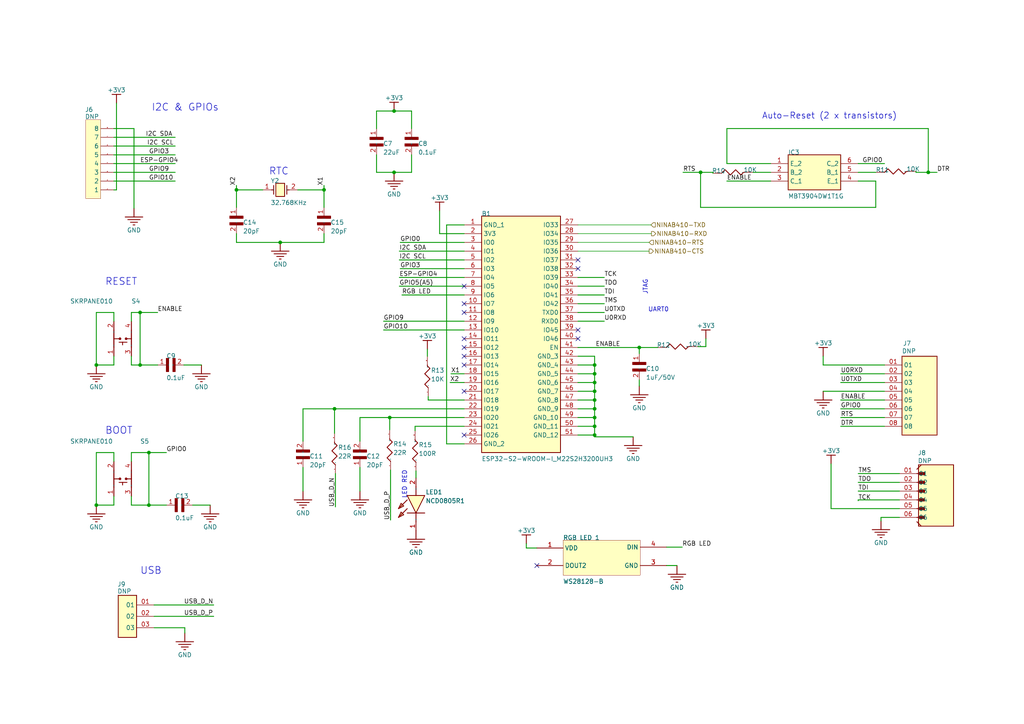
<source format=kicad_sch>
(kicad_sch (version 20230819) (generator eeschema)
  (paper "A4")
  (lib_symbols
    (symbol "ESP32 S2-altium-import:+3V3" (power)
      (property "Reference" "#PWR" (at 0 0 0))
      (property "Value" "+3V3" (at 0 3.81 0))
      (symbol "+3V3_0_0"
        (pin power_in line (at 0 0 0) (length 0) hide (name "+3V3") (number ""))
      )
    )
    (symbol "ESP32 S2-altium-import:GND" (power)
      (property "Reference" "#PWR" (at 0 0 0))
      (property "Value" "GND" (at 0 6.35 0))
      (symbol "GND_0_0"
        (pin power_in line (at 0 0 0) (length 0) hide (name "GND") (number ""))
      )
    )
    (symbol "ESP32 S2-altium-import:root_0_1K"
      (symbol "root_0_1K_1_0"
        (pin passive line (at 1.778 4.826 0) (length 2.54) (name "1") (number "1"))
        (pin passive line (at 13.462 5.08 180) (length 2.54) (name "2") (number "2"))
      )
    )
    (symbol "ESP32 S2-altium-import:root_0_61300611121"
      (symbol "root_0_61300611121_1_0"
        (pin passive line (at -10.16 7.62 0) (length 5.08) (name "01") (number "01"))
        (pin passive line (at -10.16 5.08 0) (length 5.08) (name "02") (number "02"))
        (pin passive line (at -10.16 2.54 0) (length 5.08) (name "03") (number "03"))
        (pin passive line (at -10.16 0 0) (length 5.08) (name "04") (number "04"))
        (pin passive line (at -10.16 -2.54 0) (length 5.08) (name "05") (number "05"))
        (pin passive line (at -10.16 -5.08 0) (length 5.08) (name "06") (number "06"))
      )
    )
    (symbol "ESP32 S2-altium-import:root_0_90120-0768"
      (symbol "root_0_90120-0768_1_0"
        (pin passive line (at 62.484 30.48 180) (length 3.81) (name "1") (number "1"))
        (pin passive line (at 62.484 33.02 180) (length 3.81) (name "2") (number "2"))
        (pin passive line (at 62.484 35.56 180) (length 3.81) (name "3") (number "3"))
        (pin passive line (at 62.484 38.1 180) (length 3.81) (name "4") (number "4"))
        (pin passive line (at 62.484 40.64 180) (length 3.81) (name "5") (number "5"))
        (pin passive line (at 62.484 43.18 180) (length 3.81) (name "6") (number "6"))
        (pin passive line (at 62.484 45.72 180) (length 3.81) (name "7") (number "7"))
        (pin passive line (at 62.484 48.26 180) (length 3.81) (name "8") (number "8"))
      )
    )
    (symbol "ESP32 S2-altium-import:root_0_ESP32-S2-WROOM-I_M22S2H3200UH3"
      (symbol "root_0_ESP32-S2-WROOM-I_M22S2H3200UH3_1_0"
        (pin passive line (at 0 0 0) (length 5.08) (name "GND_1") (number "1"))
        (pin passive line (at 0 -22.86 0) (length 5.08) (name "IO7") (number "10"))
        (pin passive line (at 0 -25.4 0) (length 5.08) (name "IO8") (number "11"))
        (pin passive line (at 0 -27.94 0) (length 5.08) (name "IO9") (number "12"))
        (pin passive line (at 0 -30.48 0) (length 5.08) (name "IO10") (number "13"))
        (pin passive line (at 0 -33.02 0) (length 5.08) (name "IO11") (number "14"))
        (pin passive line (at 0 -35.56 0) (length 5.08) (name "IO12") (number "15"))
        (pin passive line (at 0 -38.1 0) (length 5.08) (name "IO13") (number "16"))
        (pin passive line (at 0 -40.64 0) (length 5.08) (name "IO14") (number "17"))
        (pin passive line (at 0 -43.18 0) (length 5.08) (name "IO15") (number "18"))
        (pin passive line (at 0 -45.72 0) (length 5.08) (name "IO16") (number "19"))
        (pin passive line (at 0 -2.54 0) (length 5.08) (name "3V3") (number "2"))
        (pin passive line (at 0 -48.26 0) (length 5.08) (name "IO17") (number "20"))
        (pin passive line (at 0 -50.8 0) (length 5.08) (name "IO18") (number "21"))
        (pin passive line (at 0 -53.34 0) (length 5.08) (name "IO19") (number "22"))
        (pin passive line (at 0 -55.88 0) (length 5.08) (name "IO20") (number "23"))
        (pin passive line (at 0 -58.42 0) (length 5.08) (name "IO21") (number "24"))
        (pin passive line (at 0 -60.96 0) (length 5.08) (name "IO26") (number "25"))
        (pin passive line (at 0 -63.5 0) (length 5.08) (name "GND_2") (number "26"))
        (pin passive line (at 33.02 0 180) (length 5.08) (name "IO33") (number "27"))
        (pin passive line (at 33.02 -2.54 180) (length 5.08) (name "IO34") (number "28"))
        (pin passive line (at 33.02 -5.08 180) (length 5.08) (name "IO35") (number "29"))
        (pin passive line (at 0 -5.08 0) (length 5.08) (name "IO0") (number "3"))
        (pin passive line (at 33.02 -7.62 180) (length 5.08) (name "IO36") (number "30"))
        (pin passive line (at 33.02 -10.16 180) (length 5.08) (name "IO37") (number "31"))
        (pin passive line (at 33.02 -12.7 180) (length 5.08) (name "IO38") (number "32"))
        (pin passive line (at 33.02 -15.24 180) (length 5.08) (name "IO39") (number "33"))
        (pin passive line (at 33.02 -17.78 180) (length 5.08) (name "IO40") (number "34"))
        (pin passive line (at 33.02 -20.32 180) (length 5.08) (name "IO41") (number "35"))
        (pin passive line (at 33.02 -22.86 180) (length 5.08) (name "IO42") (number "36"))
        (pin passive line (at 33.02 -25.4 180) (length 5.08) (name "TXD0") (number "37"))
        (pin passive line (at 33.02 -27.94 180) (length 5.08) (name "RXD0") (number "38"))
        (pin passive line (at 33.02 -30.48 180) (length 5.08) (name "IO45") (number "39"))
        (pin passive line (at 0 -7.62 0) (length 5.08) (name "IO1") (number "4"))
        (pin passive line (at 33.02 -33.02 180) (length 5.08) (name "IO46") (number "40"))
        (pin passive line (at 33.02 -35.56 180) (length 5.08) (name "EN") (number "41"))
        (pin passive line (at 33.02 -38.1 180) (length 5.08) (name "GND_3") (number "42"))
        (pin passive line (at 33.02 -40.64 180) (length 5.08) (name "GND_4") (number "43"))
        (pin passive line (at 33.02 -43.18 180) (length 5.08) (name "GND_5") (number "44"))
        (pin passive line (at 33.02 -45.72 180) (length 5.08) (name "GND_6") (number "45"))
        (pin passive line (at 33.02 -48.26 180) (length 5.08) (name "GND_7") (number "46"))
        (pin passive line (at 33.02 -50.8 180) (length 5.08) (name "GND_8") (number "47"))
        (pin passive line (at 33.02 -53.34 180) (length 5.08) (name "GND_9") (number "48"))
        (pin passive line (at 33.02 -55.88 180) (length 5.08) (name "GND_10") (number "49"))
        (pin passive line (at 0 -10.16 0) (length 5.08) (name "IO2") (number "5"))
        (pin passive line (at 33.02 -58.42 180) (length 5.08) (name "GND_11") (number "50"))
        (pin passive line (at 33.02 -60.96 180) (length 5.08) (name "GND_12") (number "51"))
        (pin passive line (at 0 -12.7 0) (length 5.08) (name "IO3") (number "6"))
        (pin passive line (at 0 -15.24 0) (length 5.08) (name "IO4") (number "7"))
        (pin passive line (at 0 -17.78 0) (length 5.08) (name "IO5") (number "8"))
        (pin passive line (at 0 -20.32 0) (length 5.08) (name "IO6") (number "9"))
      )
    )
    (symbol "ESP32 S2-altium-import:root_0_MBT3904DW1T1G_1"
      (symbol "root_0_MBT3904DW1T1G_1_1_0"
        (pin passive line (at 0 0 0) (length 5.08) (name "E_2") (number "1"))
        (pin passive line (at 0 -2.54 0) (length 5.08) (name "B_2") (number "2"))
        (pin passive line (at 0 -5.08 0) (length 5.08) (name "C_1") (number "3"))
        (pin passive line (at 25.4 -5.08 180) (length 5.08) (name "E_1") (number "4"))
        (pin passive line (at 25.4 -2.54 180) (length 5.08) (name "B_1") (number "5"))
        (pin passive line (at 25.4 0 180) (length 5.08) (name "C_2") (number "6"))
      )
    )
    (symbol "ESP32 S2-altium-import:root_0_NX3215SA-32.768K-STD-MUA-14"
      (symbol "root_0_NX3215SA-32.768K-STD-MUA-14_1_0"
        (pin passive line (at -5.08 0 0) (length 2.54) (name "1") (number "1"))
        (pin passive line (at 5.08 0 180) (length 2.54) (name "2") (number "2"))
      )
    )
    (symbol "ESP32 S2-altium-import:root_0_TS-108-X-A-1"
      (symbol "root_0_TS-108-X-A-1_1_0"
        (pin passive line (at -10.16 7.62 0) (length 5.08) (name "01") (number "01"))
        (pin passive line (at -10.16 5.08 0) (length 5.08) (name "02") (number "02"))
        (pin passive line (at -10.16 2.54 0) (length 5.08) (name "03") (number "03"))
        (pin passive line (at -10.16 0 0) (length 5.08) (name "04") (number "04"))
        (pin passive line (at -10.16 -2.54 0) (length 5.08) (name "05") (number "05"))
        (pin passive line (at -10.16 -5.08 0) (length 5.08) (name "06") (number "06"))
        (pin passive line (at -10.16 -7.62 0) (length 5.08) (name "07") (number "07"))
        (pin passive line (at -10.16 -10.16 0) (length 5.08) (name "08") (number "08"))
      )
    )
    (symbol "ESP32 S2-altium-import:root_0_TSW-101-26-L-T"
      (symbol "root_0_TSW-101-26-L-T_1_0"
        (pin passive line (at 12.7 6.096 180) (length 5.08) (name "01") (number "01"))
        (pin passive line (at 12.7 2.794 180) (length 5.08) (name "02") (number "02"))
        (pin passive line (at 12.7 -0.508 180) (length 5.08) (name "03") (number "03"))
      )
    )
    (symbol "ESP32 S2-altium-import:root_0_WS28128-B"
      (symbol "root_0_WS28128-B_1_0"
        (pin passive line (at 5.08 11.43 0) (length 7.62) (name "VDD") (number "1"))
        (pin output line (at 5.08 6.35 0) (length 7.62) (name "DOUT2") (number "2"))
        (pin passive line (at 42.672 6.35 180) (length 7.62) (name "GND") (number "3"))
        (pin input line (at 42.672 11.684 180) (length 7.62) (name "DIN") (number "4"))
      )
    )
    (symbol "ESP32 S2-altium-import:root_1_1K"
      (symbol "root_1_1K_1_0"
        (pin passive line (at -4.826 1.778 90) (length 2.54) (name "1") (number "1"))
        (pin passive line (at -5.08 13.462 270) (length 2.54) (name "2") (number "2"))
      )
    )
    (symbol "ESP32 S2-altium-import:root_1_C0402C220K4RACTU"
      (symbol "root_1_C0402C220K4RACTU_1_0"
        (pin passive line (at 0 5.08 270) (length 2.54) (name "1") (number "1"))
        (pin passive line (at 0 -2.54 90) (length 2.54) (name "2") (number "2"))
      )
    )
    (symbol "ESP32 S2-altium-import:root_1_NCD0805R1"
      (symbol "root_1_NCD0805R1_1_0"
        (pin passive line (at 0 0 90) (length 2.54) (name "K") (number "1"))
        (pin passive line (at 0 15.24 270) (length 2.54) (name "A") (number "2"))
      )
    )
    (symbol "ESP32 S2-altium-import:root_1_SKRPACE010"
      (symbol "root_1_SKRPACE010_1_0"
        (pin bidirectional line (at -2.54 -5.08 90) (length 2.54) (name "1") (number "1"))
        (pin bidirectional line (at -2.54 5.08 270) (length 2.54) (name "2") (number "2"))
        (pin bidirectional line (at 2.54 -5.08 90) (length 2.54) (name "3") (number "3"))
        (pin bidirectional line (at 2.54 5.08 270) (length 2.54) (name "4") (number "4"))
      )
    )
    (symbol "ESP32 S2-altium-import:root_2_C0402C220K4RACTU"
      (symbol "root_2_C0402C220K4RACTU_1_0"
        (pin passive line (at -5.08 0 0) (length 2.54) (name "1") (number "1"))
        (pin passive line (at 2.54 0 180) (length 2.54) (name "2") (number "2"))
      )
    )
    (symbol "ESP32 S2-altium-import:root_3_C0402C220K4RACTU"
      (symbol "root_3_C0402C220K4RACTU_1_0"
        (pin passive line (at 0 -5.08 90) (length 2.54) (name "1") (number "1"))
        (pin passive line (at 0 2.54 270) (length 2.54) (name "2") (number "2"))
      )
    )
  )
  (junction (at 172.466 105.8672))
  (junction (at 43.18 131.2672))
  (junction (at 172.466 126.1872))
  (junction (at 172.466 121.1072))
  (junction (at 203.2 49.9872))
  (junction (at 114.3 32.2072))
  (junction (at 93.98 55.0672))
  (junction (at 172.466 113.4872))
  (junction (at 40.64 90.6272))
  (junction (at 185.42 100.7872))
  (junction (at 114.3 49.9872))
  (junction (at 27.94 105.8672))
  (junction (at 172.466 116.0272))
  (junction (at 40.64 105.8672))
  (junction (at 269.24 49.9872))
  (junction (at 43.18 146.5072))
  (junction (at 68.58 55.0672))
  (junction (at 172.466 110.9472))
  (junction (at 97.028 118.5672))
  (junction (at 113.03 121.1072))
  (junction (at 172.466 118.5672))
  (junction (at 27.94 146.5072))
  (junction (at 172.466 123.6472))
  (junction (at 172.466 108.4072))
  (junction (at 81.28 70.3072))
  (no_connect (at 134.62 98.2472))
  (no_connect (at 167.64 77.9272))
  (no_connect (at 134.62 88.0872))
  (no_connect (at 134.62 90.6272))
  (no_connect (at 134.62 126.1872))
  (no_connect (at 134.62 105.8672))
  (no_connect (at 167.64 75.3872))
  (no_connect (at 155.702 164.0332))
  (no_connect (at 134.62 113.4872))
  (no_connect (at 134.62 83.0072))
  (no_connect (at 167.64 95.7072))
  (no_connect (at 134.62 103.3272))
  (no_connect (at 167.64 98.2472))
  (no_connect (at 134.62 100.7872))
  (wire (pts (xy 269.24 49.9872) (xy 271.78 49.9872)) (stroke (width 0.254)))
  (wire (pts (xy 115.824 72.8472) (xy 134.62 72.8472)) (stroke (width 0.254)))
  (wire (pts (xy 243.84 116.0272) (xy 256.54 116.0272)) (stroke (width 0.254)))
  (wire (pts (xy 185.42 111.9632) (xy 185.42 110.1852)) (stroke (width 0.254)))
  (wire (pts (xy 172.466 116.0272) (xy 167.64 116.0272)) (stroke (width 0.254)))
  (wire (pts (xy 204.724 98.2472) (xy 204.724 100.5332)) (stroke (width 0.254)))
  (wire (pts (xy 27.94 105.8672) (xy 27.94 90.6272)) (stroke (width 0.254)))
  (wire (pts (xy 167.64 67.7672) (xy 188.942 67.7672)))
  (wire (pts (xy 183.642 126.6952) (xy 172.466 126.6952)) (stroke (width 0.254)))
  (wire (pts (xy 27.94 146.5072) (xy 33.02 146.5072)) (stroke (width 0.254)))
  (wire (pts (xy 167.64 70.3072) (xy 188.27 70.3072)))
  (wire (pts (xy 198.12 49.9872) (xy 203.2 49.9872)) (stroke (width 0.254)))
  (wire (pts (xy 68.58 67.7672) (xy 68.58 70.3072)) (stroke (width 0.254)))
  (wire (pts (xy 119.38 49.9872) (xy 114.3 49.9872)) (stroke (width 0.254)))
  (wire (pts (xy 124.206 116.0272) (xy 124.206 115.0112)) (stroke (width 0.254)))
  (wire (pts (xy 172.466 118.5672) (xy 167.64 118.5672)) (stroke (width 0.254)))
  (wire (pts (xy 210.82 47.4472) (xy 210.82 37.2872)) (stroke (width 0.254)))
  (wire (pts (xy 33.02 146.5072) (xy 33.02 143.9672)) (stroke (width 0.254)))
  (wire (pts (xy 223.52 47.4472) (xy 210.82 47.4472)) (stroke (width 0.254)))
  (wire (pts (xy 203.2 60.1472) (xy 254 60.1472)) (stroke (width 0.254)))
  (wire (pts (xy 254 52.5272) (xy 248.92 52.5272)) (stroke (width 0.254)))
  (wire (pts (xy 43.18 131.2672) (xy 48.26 131.2672)) (stroke (width 0.254)))
  (wire (pts (xy 167.64 65.2272) (xy 188.813 65.2272)))
  (wire (pts (xy 175.26 88.0872) (xy 167.64 88.0872)) (stroke (width 0.254)))
  (wire (pts (xy 38.1 146.5072) (xy 38.1 143.9672)) (stroke (width 0.254)))
  (wire (pts (xy 172.466 126.6952) (xy 172.466 126.1872)) (stroke (width 0.254)))
  (wire (pts (xy 175.26 85.5472) (xy 167.64 85.5472)) (stroke (width 0.254)))
  (wire (pts (xy 172.466 113.4872) (xy 167.64 113.4872)) (stroke (width 0.254)))
  (wire (pts (xy 38.1 93.1672) (xy 38.1 90.6272)) (stroke (width 0.254)))
  (wire (pts (xy 40.64 105.8672) (xy 45.72 105.8672)) (stroke (width 0.254)))
  (wire (pts (xy 53.34 105.8672) (xy 58.42 105.8672)) (stroke (width 0.254)))
  (wire (pts (xy 33.782 55.0672) (xy 33.02 55.0672)) (stroke (width 0.254)))
  (wire (pts (xy 130.81 108.4072) (xy 134.62 108.4072)) (stroke (width 0.254)))
  (wire (pts (xy 38.1 133.8072) (xy 38.1 131.2672)) (stroke (width 0.254)))
  (wire (pts (xy 241.046 134.5692) (xy 241.046 147.5232)) (stroke (width 0.254)))
  (wire (pts (xy 40.64 90.6272) (xy 40.64 105.8672)) (stroke (width 0.254)))
  (wire (pts (xy 111.252 95.7072) (xy 134.62 95.7072)) (stroke (width 0.254)))
  (wire (pts (xy 44.704 182.0672) (xy 53.594 182.0672)) (stroke (width 0.254)))
  (wire (pts (xy 260.858 144.9832) (xy 248.92 144.9832)) (stroke (width 0.254)))
  (wire (pts (xy 172.466 121.1072) (xy 167.64 121.1072)) (stroke (width 0.254)))
  (wire (pts (xy 50.8 52.5272) (xy 33.02 52.5272)) (stroke (width 0.254)))
  (wire (pts (xy 93.98 55.0672) (xy 93.98 53.7972)) (stroke (width 0.254)))
  (wire (pts (xy 33.02 103.3272) (xy 33.02 105.8672)) (stroke (width 0.254)))
  (wire (pts (xy 120.396 123.6472) (xy 120.396 124.9172)) (stroke (width 0.254)))
  (wire (pts (xy 241.046 147.5232) (xy 260.858 147.5232)) (stroke (width 0.254)))
  (wire (pts (xy 172.466 121.1072) (xy 172.466 118.5672)) (stroke (width 0.254)))
  (wire (pts (xy 33.02 90.6272) (xy 33.02 93.1672)) (stroke (width 0.254)))
  (wire (pts (xy 167.64 100.7872) (xy 185.42 100.7872)) (stroke (width 0.254)))
  (wire (pts (xy 185.42 100.7872) (xy 185.42 102.5652)) (stroke (width 0.254)))
  (wire (pts (xy 134.62 65.2272) (xy 129.54 65.2272)) (stroke (width 0.254)))
  (wire (pts (xy 68.58 55.0672) (xy 68.58 60.1472)) (stroke (width 0.254)))
  (wire (pts (xy 130.556 110.9472) (xy 134.62 110.9472)) (stroke (width 0.254)))
  (wire (pts (xy 113.03 124.6632) (xy 113.03 121.1072)) (stroke (width 0.254)))
  (wire (pts (xy 243.84 118.5672) (xy 256.54 118.5672)) (stroke (width 0.254)))
  (wire (pts (xy 76.2 55.0672) (xy 68.58 55.0672)) (stroke (width 0.254)))
  (wire (pts (xy 114.3 32.2072) (xy 119.38 32.2072)) (stroke (width 0.254)))
  (wire (pts (xy 243.84 123.6472) (xy 256.54 123.6472)) (stroke (width 0.254)))
  (wire (pts (xy 172.466 123.6472) (xy 172.466 121.1072)) (stroke (width 0.254)))
  (wire (pts (xy 50.8 39.8272) (xy 33.02 39.8272)) (stroke (width 0.254)))
  (wire (pts (xy 203.2 49.9872) (xy 203.2 60.1472)) (stroke (width 0.254)))
  (wire (pts (xy 265.684 49.9872) (xy 265.684 49.7332)) (stroke (width 0.254)))
  (wire (pts (xy 243.84 121.1072) (xy 256.54 121.1072)) (stroke (width 0.254)))
  (wire (pts (xy 238.76 105.8672) (xy 256.54 105.8672)) (stroke (width 0.254)))
  (wire (pts (xy 204.724 100.5332) (xy 202.438 100.5332)) (stroke (width 0.254)))
  (wire (pts (xy 172.466 105.8672) (xy 167.64 105.8672)) (stroke (width 0.254)))
  (wire (pts (xy 116.586 85.5472) (xy 134.62 85.5472)) (stroke (width 0.254)))
  (wire (pts (xy 27.94 90.6272) (xy 33.02 90.6272)) (stroke (width 0.254)))
  (wire (pts (xy 93.98 55.0672) (xy 93.98 60.1472)) (stroke (width 0.254)))
  (wire (pts (xy 172.466 110.9472) (xy 172.466 108.4072)) (stroke (width 0.254)))
  (wire (pts (xy 172.466 113.4872) (xy 172.466 110.9472)) (stroke (width 0.254)))
  (wire (pts (xy 172.466 105.8672) (xy 172.466 103.3272)) (stroke (width 0.254)))
  (wire (pts (xy 97.282 147.0152) (xy 97.282 137.3632)) (stroke (width 0.254)))
  (wire (pts (xy 87.884 118.5672) (xy 87.884 127.9652)) (stroke (width 0.254)))
  (wire (pts (xy 203.2 49.9872) (xy 206.756 49.9872)) (stroke (width 0.254)))
  (wire (pts (xy 175.26 90.6272) (xy 167.64 90.6272)) (stroke (width 0.254)))
  (wire (pts (xy 93.98 70.3072) (xy 93.98 67.7672)) (stroke (width 0.254)))
  (wire (pts (xy 68.58 55.0672) (xy 68.58 53.7972)) (stroke (width 0.254)))
  (wire (pts (xy 172.466 118.5672) (xy 172.466 116.0272)) (stroke (width 0.254)))
  (wire (pts (xy 255.524 150.0632) (xy 260.858 150.0632)) (stroke (width 0.254)))
  (wire (pts (xy 97.028 125.6792) (xy 97.028 118.5672)) (stroke (width 0.254)))
  (wire (pts (xy 210.82 37.2872) (xy 269.24 37.2872)) (stroke (width 0.254)))
  (wire (pts (xy 104.394 121.1072) (xy 113.03 121.1072)) (stroke (width 0.254)))
  (wire (pts (xy 114.3 49.9872) (xy 109.22 49.9872)) (stroke (width 0.254)))
  (wire (pts (xy 129.54 65.2272) (xy 129.54 128.7272)) (stroke (width 0.254)))
  (wire (pts (xy 55.88 146.5072) (xy 60.96 146.5072)) (stroke (width 0.254)))
  (wire (pts (xy 104.394 135.5852) (xy 104.394 142.4432)) (stroke (width 0.254)))
  (wire (pts (xy 172.466 123.6472) (xy 167.64 123.6472)) (stroke (width 0.254)))
  (wire (pts (xy 50.8 42.3672) (xy 33.02 42.3672)) (stroke (width 0.254)))
  (wire (pts (xy 243.84 110.9472) (xy 256.54 110.9472)) (stroke (width 0.254)))
  (wire (pts (xy 238.76 103.3272) (xy 238.76 105.8672)) (stroke (width 0.254)))
  (wire (pts (xy 175.26 80.4672) (xy 167.64 80.4672)) (stroke (width 0.254)))
  (wire (pts (xy 134.62 116.0272) (xy 124.206 116.0272)) (stroke (width 0.254)))
  (wire (pts (xy 114.3 32.2072) (xy 109.22 32.2072)) (stroke (width 0.254)))
  (wire (pts (xy 97.028 118.5672) (xy 87.884 118.5672)) (stroke (width 0.254)))
  (wire (pts (xy 134.62 123.6472) (xy 120.396 123.6472)) (stroke (width 0.254)))
  (wire (pts (xy 38.862 37.2872) (xy 38.862 60.4012)) (stroke (width 0.254)))
  (wire (pts (xy 38.1 105.8672) (xy 38.1 103.3272)) (stroke (width 0.254)))
  (wire (pts (xy 113.284 150.8252) (xy 113.284 136.3472)) (stroke (width 0.254)))
  (wire (pts (xy 152.654 158.9532) (xy 152.654 157.6832)) (stroke (width 0.254)))
  (wire (pts (xy 33.02 37.2872) (xy 38.862 37.2872)) (stroke (width 0.254)))
  (wire (pts (xy 172.466 126.1872) (xy 167.64 126.1872)) (stroke (width 0.254)))
  (wire (pts (xy 104.394 127.9652) (xy 104.394 121.1072)) (stroke (width 0.254)))
  (wire (pts (xy 248.92 144.9832) (xy 248.92 145.2372)) (stroke (width 0.254)))
  (wire (pts (xy 33.02 131.2672) (xy 27.94 131.2672)) (stroke (width 0.254)))
  (wire (pts (xy 248.92 137.3632) (xy 260.858 137.3632)) (stroke (width 0.254)))
  (wire (pts (xy 87.884 135.5852) (xy 87.884 142.4432)) (stroke (width 0.254)))
  (wire (pts (xy 43.18 131.2672) (xy 43.18 146.5072)) (stroke (width 0.254)))
  (wire (pts (xy 223.52 49.9872) (xy 218.44 49.9872)) (stroke (width 0.254)))
  (wire (pts (xy 33.782 29.9212) (xy 33.782 55.0672)) (stroke (width 0.254)))
  (wire (pts (xy 248.92 49.9872) (xy 254 49.9872)) (stroke (width 0.254)))
  (wire (pts (xy 134.62 118.5672) (xy 97.028 118.5672)) (stroke (width 0.254)))
  (wire (pts (xy 172.466 103.3272) (xy 167.64 103.3272)) (stroke (width 0.254)))
  (wire (pts (xy 116.078 70.3072) (xy 134.62 70.3072)) (stroke (width 0.254)))
  (wire (pts (xy 243.84 108.4072) (xy 256.54 108.4072)) (stroke (width 0.254)))
  (wire (pts (xy 196.342 164.0332) (xy 193.294 164.0332)) (stroke (width 0.254)))
  (wire (pts (xy 254 60.1472) (xy 254 52.5272)) (stroke (width 0.254)))
  (wire (pts (xy 115.824 75.3872) (xy 134.62 75.3872)) (stroke (width 0.254)))
  (wire (pts (xy 43.18 146.5072) (xy 38.1 146.5072)) (stroke (width 0.254)))
  (wire (pts (xy 50.8 44.9072) (xy 33.02 44.9072)) (stroke (width 0.254)))
  (wire (pts (xy 172.466 126.1872) (xy 172.466 123.6472)) (stroke (width 0.254)))
  (wire (pts (xy 68.58 70.3072) (xy 81.28 70.3072)) (stroke (width 0.254)))
  (wire (pts (xy 113.03 121.1072) (xy 134.62 121.1072)) (stroke (width 0.254)))
  (wire (pts (xy 81.28 70.3072) (xy 93.98 70.3072)) (stroke (width 0.254)))
  (wire (pts (xy 86.36 55.0672) (xy 93.98 55.0672)) (stroke (width 0.254)))
  (wire (pts (xy 255.524 151.0792) (xy 255.524 150.0632)) (stroke (width 0.254)))
  (wire (pts (xy 43.18 146.5072) (xy 48.26 146.5072)) (stroke (width 0.254)))
  (wire (pts (xy 260.858 139.9032) (xy 248.92 139.9032)) (stroke (width 0.254)))
  (wire (pts (xy 172.466 116.0272) (xy 172.466 113.4872)) (stroke (width 0.254)))
  (wire (pts (xy 172.466 110.9472) (xy 167.64 110.9472)) (stroke (width 0.254)))
  (wire (pts (xy 269.24 37.2872) (xy 269.24 49.9872)) (stroke (width 0.254)))
  (wire (pts (xy 33.02 133.8072) (xy 33.02 131.2672)) (stroke (width 0.254)))
  (wire (pts (xy 127.508 61.1632) (xy 127.508 67.7672)) (stroke (width 0.254)))
  (wire (pts (xy 109.22 49.9872) (xy 109.22 44.9072)) (stroke (width 0.254)))
  (wire (pts (xy 40.64 105.8672) (xy 38.1 105.8672)) (stroke (width 0.254)))
  (wire (pts (xy 210.82 52.5272) (xy 223.52 52.5272)) (stroke (width 0.254)))
  (wire (pts (xy 38.1 131.2672) (xy 43.18 131.2672)) (stroke (width 0.254)))
  (wire (pts (xy 119.38 44.9072) (xy 119.38 49.9872)) (stroke (width 0.254)))
  (wire (pts (xy 119.38 32.2072) (xy 119.38 37.2872)) (stroke (width 0.254)))
  (wire (pts (xy 116.078 77.9272) (xy 134.62 77.9272)) (stroke (width 0.254)))
  (wire (pts (xy 38.1 90.6272) (xy 40.64 90.6272)) (stroke (width 0.254)))
  (wire (pts (xy 129.54 128.7272) (xy 134.62 128.7272)) (stroke (width 0.254)))
  (wire (pts (xy 127.508 67.7672) (xy 134.62 67.7672)) (stroke (width 0.254)))
  (wire (pts (xy 256.54 113.4872) (xy 238.76 113.4872)) (stroke (width 0.254)))
  (wire (pts (xy 115.824 83.0072) (xy 134.62 83.0072)) (stroke (width 0.254)))
  (wire (pts (xy 190.754 100.7872) (xy 185.42 100.7872)) (stroke (width 0.254)))
  (wire (pts (xy 50.8 49.9872) (xy 33.02 49.9872)) (stroke (width 0.254)))
  (wire (pts (xy 44.704 175.4632) (xy 61.976 175.4632)) (stroke (width 0.254)))
  (wire (pts (xy 53.594 182.0672) (xy 53.594 183.5912)) (stroke (width 0.254)))
  (wire (pts (xy 206.756 49.9872) (xy 206.756 50.2412)) (stroke (width 0.254)))
  (wire (pts (xy 40.64 90.6272) (xy 45.72 90.6272)) (stroke (width 0.254)))
  (wire (pts (xy 27.94 131.2672) (xy 27.94 146.5072)) (stroke (width 0.254)))
  (wire (pts (xy 256.54 47.4472) (xy 248.92 47.4472)) (stroke (width 0.254)))
  (wire (pts (xy 155.702 158.9532) (xy 152.654 158.9532)) (stroke (width 0.254)))
  (wire (pts (xy 44.704 178.7652) (xy 61.976 178.7652)) (stroke (width 0.254)))
  (wire (pts (xy 172.466 108.4072) (xy 172.466 105.8672)) (stroke (width 0.254)))
  (wire (pts (xy 120.65 138.6332) (xy 120.65 136.6012)) (stroke (width 0.254)))
  (wire (pts (xy 260.858 142.4432) (xy 248.92 142.4432)) (stroke (width 0.254)))
  (wire (pts (xy 50.8 47.4472) (xy 33.02 47.4472)) (stroke (width 0.254)))
  (wire (pts (xy 172.466 108.4072) (xy 167.64 108.4072)) (stroke (width 0.254)))
  (wire (pts (xy 109.22 32.2072) (xy 109.22 37.2872)) (stroke (width 0.254)))
  (wire (pts (xy 269.24 49.9872) (xy 265.684 49.9872)) (stroke (width 0.254)))
  (wire (pts (xy 175.26 83.0072) (xy 167.64 83.0072)) (stroke (width 0.254)))
  (wire (pts (xy 111.252 93.1672) (xy 134.62 93.1672)) (stroke (width 0.254)))
  (wire (pts (xy 123.952 101.2952) (xy 123.952 103.3272)) (stroke (width 0.254)))
  (wire (pts (xy 197.866 158.6992) (xy 193.294 158.6992)) (stroke (width 0.254)))
  (wire (pts (xy 115.824 80.4672) (xy 134.62 80.4672)) (stroke (width 0.254)))
  (wire (pts (xy 167.64 72.8472) (xy 188.27 72.8472)))
  (wire (pts (xy 175.26 93.1672) (xy 167.64 93.1672)) (stroke (width 0.254)))
  (wire (pts (xy 33.02 105.8672) (xy 27.94 105.8672)) (stroke (width 0.254)))
  (text "RESET" (at 30.48 83.0072 0) (effects (font (size 2.032 2.032)) (justify left bottom)))
  (text "USB" (at 40.64 166.8272 0) (effects (font (size 2.032 2.032)) (justify left bottom)))
  (text "Auto-Reset (2 x transistors)" (at 220.98 34.7472 0) (effects (font (size 1.778 1.778)) (justify left bottom)))
  (text "LED RED\n" (at 118.11 144.7292 90) (effects (font (size 1.27 1.27)) (justify left bottom)))
  (text "UART0" (at 187.96 90.6272 0) (effects (font (size 1.27 1.27)) (justify left bottom)))
  (text "RTC" (at 77.978 51.0032 0) (effects (font (size 2.032 2.032)) (justify left bottom)))
  (text "I2C & GPIOs" (at 43.942 32.4612 0) (effects (font (size 2.032 2.032)) (justify left bottom)))
  (text "JTAG" (at 187.96 85.5472 90) (effects (font (size 1.27 1.27)) (justify left bottom)))
  (text "BOOT" (at 30.48 126.1872 0) (effects (font (size 2.032 2.032)) (justify left bottom)))
  (label "U0RXD" (at 243.84 108.4072 0))
  (label "X2" (at 130.556 110.9472 0))
  (label "RGB LED" (at 197.866 158.6992 0))
  (label "GPIO10" (at 111.252 95.7072 0))
  (label "RTS" (at 198.12 49.9872 0))
  (label "X1" (at 93.98 53.7972 90))
  (label "GPIO10" (at 43.18 52.5272 0))
  (label "GPIO0" (at 243.84 118.5672 0))
  (label "U0TXD" (at 175.26 90.6272 0))
  (label "GPIO3" (at 116.078 77.9272 0))
  (label "RGB LED" (at 116.586 85.5472 0))
  (label "ENABLE" (at 172.72 100.7872 0))
  (label "TDI" (at 248.92 142.4432 0))
  (label "DTR" (at 243.84 123.6472 0))
  (label "ENABLE" (at 210.82 52.5272 0))
  (label "ESP-GPIO4" (at 115.824 80.4672 0))
  (label "GPIO0" (at 48.26 131.2672 0))
  (label "TCK" (at 175.26 80.4672 0))
  (label "U0RXD" (at 175.26 93.1672 0))
  (label "ENABLE" (at 243.84 116.0272 0))
  (label "USB_D_P" (at 53.34 178.7652 0))
  (label "TCK" (at 248.92 145.2372 0))
  (label "USB_D_N" (at 53.34 175.4632 0))
  (label "I2C SCL" (at 115.824 75.3872 0))
  (label "X1" (at 130.81 108.4072 0))
  (label "GPIO9" (at 111.252 93.1672 0))
  (label "I2C SCL" (at 42.629 42.3672 0))
  (label "TDO" (at 248.92 139.9032 0))
  (label "I2C SDA" (at 42.224 39.8272 0))
  (label "TDI" (at 175.26 85.5472 0))
  (label "GPIO5(A5)" (at 115.824 83.0072 0))
  (label "USB_D_P" (at 113.284 150.8252 90))
  (label "TDO" (at 175.26 83.0072 0))
  (label "GPIO0" (at 250.123 47.4472 0))
  (label "I2C SDA" (at 115.824 72.8472 0))
  (label "ENABLE" (at 45.72 90.6272 0))
  (label "USB_D_N" (at 97.282 147.0152 90))
  (label "U0TXD" (at 243.84 110.9472 0))
  (label "TMS" (at 248.92 137.3632 0))
  (label "X2" (at 68.58 53.7972 90))
  (label "RTS" (at 243.84 121.1072 0))
  (label "GPIO0" (at 116.078 70.3072 0))
  (label "GPIO3" (at 43.18 44.9072 0))
  (label "ESP-GPIO4" (at 40.64 47.4472 0))
  (label "DTR" (at 271.78 49.9872 0))
  (label "TMS" (at 175.26 88.0872 0))
  (label "GPIO9" (at 43.18 49.9872 0))
  (hierarchical_label "NINAB410-RTS" (shape input) (at 188.27 70.3072 0))
  (hierarchical_label "NINAB410-RXD" (shape output) (at 188.942 67.7672 0))
  (hierarchical_label "NINAB410-CTS" (shape output) (at 188.27 72.8472 0))
  (hierarchical_label "NINAB410-TXD" (shape input) (at 188.813 65.2272 0))
  (symbol (lib_id "ESP32 S2-altium-import:root_1_C0402C220K4RACTU") (at 68.58 65.2272 0) (unit 1)
    (property "Reference" "C14" (at 70.485 65.2272 0) (effects (justify left bottom)))
    (property "Value" "20pF" (at 70.485 67.7672 0) (effects (justify left bottom)))
    (property "Footprint" "C_0402" (effects hide))
    (property "MP" "C0402C220K4RACTU" (effects hide))
    (property "SNAPEDA_LINK" "https://www.snapeda.com/parts/C0402C220K4RACTU/KEMET/view-part/2040769/?ref=snap" (effects hide))
    (property "PRICE" "None" (effects hide))
    (property "MF" "KEMET" (effects hide))
    (property "PACKAGE" "0402 KEMET" (effects hide))
    (property "AVAILABILITY" "Unavailable" (effects hide))
    (property "ALTIUM_VALUE" "*" (effects hide))
  )
  (symbol (lib_id "ESP32 S2-altium-import:root_0_61300611121") (at 271.018 144.9832 0) (unit 1)
    (property "Reference" "J8" (at 266.192 132.08 0) (effects (justify left bottom)))
    (property "Value" "DNP" (at 266.192 134.366 0) (effects (justify left bottom)))
    (property "Footprint" "Header_1x6_2_54" (effects hide))
    (property "SNAPEDA_LINK" "https://www.snapeda.com/parts/61300611121/Wurth+Electronics+Inc./view-part/?ref=snap" (effects hide))
    (property "PACKAGE" "None" (effects hide))
    (property "ALTIUM_VALUE" "*" (effects hide))
    (property "MF" "Wurth Electronics" (effects hide))
    (property "MP" "61300611121" (effects hide))
    (property "CHECK_PRICES" "https://www.snapeda.com/parts/61300611121/Wurth+Electronics+Inc./view-part/?ref=eda" (effects hide))
  )
  (symbol (lib_id "ESP32 S2-altium-import:+3V3") (at 241.046 134.5692 180) (unit 1)
    (property "Reference" "#PWR0103" (effects hide))
    (property "Value" "+3V3" (at 241.046 130.7592 0))
    (instances (project "Bluetooth-Anchor _Wifi KİCAD" (path "" (reference "#PWR0103") (unit 1))) (project "ESP32 S2" (path "" (reference "#PWR?") (unit 1))))
  )
  (symbol (lib_id "ESP32 S2-altium-import:GND") (at 87.884 142.4432 0) (unit 1)
    (property "Reference" "#PWR0118" (effects hide))
    (property "Value" "GND" (at 87.884 148.7932 0))
    (instances (project "Bluetooth-Anchor _Wifi KİCAD" (path "" (reference "#PWR0118") (unit 1))) (project "ESP32 S2" (path "" (reference "#PWR?") (unit 1))))
  )
  (symbol (lib_id "ESP32 S2-altium-import:GND") (at 255.524 151.0792 0) (unit 1)
    (property "Reference" "#PWR0105" (effects hide))
    (property "Value" "GND" (at 255.524 157.4292 0))
    (instances (project "Bluetooth-Anchor _Wifi KİCAD" (path "" (reference "#PWR0105") (unit 1))) (project "ESP32 S2" (path "" (reference "#PWR?") (unit 1))))
  )
  (symbol (lib_id "ESP32 S2-altium-import:+3V3") (at 33.782 29.9212 180) (unit 1)
    (property "Reference" "#PWR0120" (effects hide))
    (property "Value" "+3V3" (at 33.782 26.1112 0))
    (instances (project "Bluetooth-Anchor _Wifi KİCAD" (path "" (reference "#PWR0120") (unit 1))) (project "ESP32 S2" (path "" (reference "#PWR?") (unit 1))))
  )
  (symbol (lib_id "ESP32 S2-altium-import:root_1_1K") (at 118.11 138.1252 0) (unit 1)
    (property "Reference" "R14" (at 114.046 129.4892 0) (effects (justify left bottom)))
    (property "Value" "22R" (at 114.046 132.0292 0) (effects (justify left bottom)))
    (property "Footprint" "Res_0402" (effects hide))
  )
  (symbol (lib_id "ESP32 S2-altium-import:root_2_C0402C220K4RACTU") (at 50.8 105.8672 0) (unit 1)
    (property "Reference" "C9" (at 48.26 103.9622 0) (effects (justify left bottom)))
    (property "Value" "0.1uF" (at 48.26 110.3122 0) (effects (justify left bottom)))
    (property "Footprint" "C_0402" (effects hide))
    (property "MP" "C0402C220K4RACTU" (effects hide))
    (property "SNAPEDA_LINK" "https://www.snapeda.com/parts/C0402C220K4RACTU/KEMET/view-part/2040769/?ref=snap" (effects hide))
    (property "PRICE" "None" (effects hide))
    (property "MF" "KEMET" (effects hide))
    (property "PACKAGE" "0402 KEMET" (effects hide))
    (property "AVAILABILITY" "Unavailable" (effects hide))
    (property "ALTIUM_VALUE" "*" (effects hide))
  )
  (symbol (lib_id "ESP32 S2-altium-import:root_1_1K") (at 102.108 139.1412 0) (unit 1)
    (property "Reference" "R16" (at 98.044 130.5052 0) (effects (justify left bottom)))
    (property "Value" "22R" (at 98.044 133.0452 0) (effects (justify left bottom)))
    (property "Footprint" "Res_0402" (effects hide))
  )
  (symbol (lib_id "ESP32 S2-altium-import:GND") (at 38.862 60.4012 0) (unit 1)
    (property "Reference" "#PWR0119" (effects hide))
    (property "Value" "GND" (at 38.862 66.7512 0))
    (instances (project "Bluetooth-Anchor _Wifi KİCAD" (path "" (reference "#PWR0119") (unit 1))) (project "ESP32 S2" (path "" (reference "#PWR?") (unit 1))))
  )
  (symbol (lib_id "ESP32 S2-altium-import:GND") (at 238.76 113.4872 0) (unit 1)
    (property "Reference" "#PWR0104" (effects hide))
    (property "Value" "GND" (at 238.76 119.8372 0))
    (instances (project "Bluetooth-Anchor _Wifi KİCAD" (path "" (reference "#PWR0104") (unit 1))) (project "ESP32 S2" (path "" (reference "#PWR?") (unit 1))))
  )
  (symbol (lib_id "ESP32 S2-altium-import:root_0_MBT3904DW1T1G_1") (at 223.52 47.4472 0) (unit 1)
    (property "Reference" "IC3" (at 228.6 44.9072 0) (effects (justify left bottom)))
    (property "Value" "MBT3904DW1T1G" (at 228.6 57.6072 0) (effects (justify left bottom)))
    (property "Footprint" "MBT3904DW1T1G" (effects hide))
    (property "MANUFACTURER_NAME" "onsemi" (effects hide))
    (property "MANUFACTURER_PART_NUMBER" "MBT3904DW1T1G" (effects hide))
    (property "MOUSER PART NUMBER" "863-MBT3904DW1T1G" (effects hide))
    (property "MOUSER PRICE/STOCK" "https://www.mouser.co.uk/ProductDetail/onsemi/MBT3904DW1T1G?qs=3JMERSakebosaBSFCYL6kw%3D%3D" (effects hide))
    (property "ARROW PART NUMBER" "MBT3904DW1T1G" (effects hide))
    (property "ARROW PRICE/STOCK" "https://www.arrow.com/en/products/mbt3904dw1t1g/on-semiconductor?region=nac" (effects hide))
    (property "DATASHEET LINK" "http://www.onsemi.com/pub/Collateral/MBT3904DW1T1-D.PDF" (effects hide))
    (property "GEOMETRY.HEIGHT" "1.1mm" (effects hide))
  )
  (symbol (lib_id "ESP32 S2-altium-import:root_0_TSW-101-26-L-T") (at 32.004 181.5592 0) (unit 1)
    (property "Reference" "J9" (at 34.036 170.18 0) (effects (justify left bottom)))
    (property "Value" "DNP" (at 34.036 172.212 0) (effects (justify left bottom)))
    (property "Footprint" "Header_3Ways_2x54" (effects hide))
    (property "PACKAGE" "None" (effects hide))
    (property "PRICE" "None" (effects hide))
    (property "ALTIUM_VALUE" "*" (effects hide))
    (property "MP" "TSW-101-26-L-T" (effects hide))
    (property "AVAILABILITY" "Unavailable" (effects hide))
  )
  (symbol (lib_id "ESP32 S2-altium-import:GND") (at 104.394 142.4432 0) (unit 1)
    (property "Reference" "#PWR0117" (effects hide))
    (property "Value" "GND" (at 104.394 148.7932 0))
    (instances (project "Bluetooth-Anchor _Wifi KİCAD" (path "" (reference "#PWR0117") (unit 1))) (project "ESP32 S2" (path "" (reference "#PWR?") (unit 1))))
  )
  (symbol (lib_id "ESP32 S2-altium-import:root_1_SKRPACE010") (at 35.56 98.2472 0) (unit 1)
    (property "Reference" "S4" (at 38.1 88.0872 0) (effects (justify left bottom)))
    (property "Value" "SKRPANE010" (at 20.32 88.0872 0) (effects (justify left bottom)))
    (property "Footprint" "SKRPANE010" (effects hide))
    (property "MF" "ALPS" (effects hide))
    (property "SNAPEDA_LINK" "https://www.snapeda.com/parts/SKRPACE010/ALPS/view-part/376136/?ref=snap" (effects hide))
    (property "PACKAGE" "None" (effects hide))
    (property "PRICE" "None" (effects hide))
    (property "MP" "SKRPACE010" (effects hide))
    (property "AVAILABILITY" "Good" (effects hide))
    (property "ALTIUM_VALUE" "*" (effects hide))
    (property "CHECK_PRICES" "https://www.snapeda.com/parts/SKRPACE010/ALPS/view-part/376136/?ref=eda" (effects hide))
  )
  (symbol (lib_id "ESP32 S2-altium-import:root_1_NCD0805R1") (at 120.65 153.8732 0) (unit 1)
    (property "Reference" "LED1" (at 123.444 143.4592 0) (effects (justify left bottom)))
    (property "Value" "NCD0805R1" (at 123.444 145.9992 0) (effects (justify left bottom)))
    (property "Footprint" "NCD0805R1" (effects hide))
    (property "MANUFACTURER_NAME" "Foshan NationStar Optoelectronics" (effects hide))
    (property "MANUFACTURER_PART_NUMBER" "NCD0805R1" (effects hide))
    (property "MOUSER PART NUMBER" "*" (effects hide))
    (property "MOUSER PRICE/STOCK" "*" (effects hide))
    (property "ARROW PART NUMBER" "*" (effects hide))
    (property "ARROW PRICE/STOCK" "*" (effects hide))
    (property "DATASHEET LINK" "https://datasheet.lcsc.com/lcsc/2008201032_Foshan-NationStar-Optoelectronics-NCD0805R1_C84256.pdf" (effects hide))
    (property "GEOMETRY.HEIGHT" "1.2mm" (effects hide))
    (instances (project "Bluetooth-Anchor _Wifi KİCAD" (path "" (reference "LED1") (unit 1))) (project "ESP32 S2" (path "" (reference "D1") (unit 1))))
  )
  (symbol (lib_id "ESP32 S2-altium-import:+3V3") (at 204.724 98.2472 180) (unit 1)
    (property "Reference" "#PWR0109" (effects hide))
    (property "Value" "+3V3" (at 204.724 94.4372 0))
    (instances (project "Bluetooth-Anchor _Wifi KİCAD" (path "" (reference "#PWR0109") (unit 1))) (project "ESP32 S2" (path "" (reference "#PWR?") (unit 1))))
  )
  (symbol (lib_id "ESP32 S2-altium-import:root_2_C0402C220K4RACTU") (at 53.34 146.5072 0) (unit 1)
    (property "Reference" "C13" (at 50.8 144.6022 0) (effects (justify left bottom)))
    (property "Value" "0.1uF" (at 50.8 150.9522 0) (effects (justify left bottom)))
    (property "Footprint" "C_0402" (effects hide))
    (property "MP" "C0402C220K4RACTU" (effects hide))
    (property "SNAPEDA_LINK" "https://www.snapeda.com/parts/C0402C220K4RACTU/KEMET/view-part/2040769/?ref=snap" (effects hide))
    (property "PRICE" "None" (effects hide))
    (property "MF" "KEMET" (effects hide))
    (property "PACKAGE" "0402 KEMET" (effects hide))
    (property "AVAILABILITY" "Unavailable" (effects hide))
    (property "ALTIUM_VALUE" "*" (effects hide))
  )
  (symbol (lib_id "ESP32 S2-altium-import:+3V3") (at 152.654 157.6832 180) (unit 1)
    (property "Reference" "#PWR0101" (effects hide))
    (property "Value" "+3V3" (at 152.654 153.8732 0))
    (instances (project "Bluetooth-Anchor _Wifi KİCAD" (path "" (reference "#PWR0101") (unit 1))) (project "ESP32 S2" (path "" (reference "#PWR?") (unit 1))))
  )
  (symbol (lib_id "ESP32 S2-altium-import:root_1_C0402C220K4RACTU") (at 93.98 65.2272 0) (unit 1)
    (property "Reference" "C15" (at 95.885 65.2272 0) (effects (justify left bottom)))
    (property "Value" "20pF" (at 95.885 67.7672 0) (effects (justify left bottom)))
    (property "Footprint" "C_0402" (effects hide))
    (property "MP" "C0402C220K4RACTU" (effects hide))
    (property "SNAPEDA_LINK" "https://www.snapeda.com/parts/C0402C220K4RACTU/KEMET/view-part/2040769/?ref=snap" (effects hide))
    (property "PRICE" "None" (effects hide))
    (property "MF" "KEMET" (effects hide))
    (property "PACKAGE" "0402 KEMET" (effects hide))
    (property "AVAILABILITY" "Unavailable" (effects hide))
    (property "ALTIUM_VALUE" "*" (effects hide))
  )
  (symbol (lib_id "ESP32 S2-altium-import:GND") (at 196.342 164.0332 0) (unit 1)
    (property "Reference" "#PWR0102" (effects hide))
    (property "Value" "GND" (at 196.342 170.3832 0))
    (instances (project "Bluetooth-Anchor _Wifi KİCAD" (path "" (reference "#PWR0102") (unit 1))) (project "ESP32 S2" (path "" (reference "#PWR?") (unit 1))))
  )
  (symbol (lib_id "ESP32 S2-altium-import:root_0_90120-0768") (at -29.464 85.5472 0) (unit 1)
    (property "Reference" "J6" (at 24.638 32.512 0) (effects (justify left bottom)))
    (property "Value" "DNP" (at 24.638 34.544 0) (effects (justify left bottom)))
    (property "Footprint" "Header_8ways_2x54" (effects hide))
  )
  (symbol (lib_id "ESP32 S2-altium-import:root_1_1K") (at 125.476 138.3792 0) (unit 1)
    (property "Reference" "R15" (at 121.412 129.7432 0) (effects (justify left bottom)))
    (property "Value" "100R" (at 121.412 132.2832 0) (effects (justify left bottom)))
    (property "Footprint" "Res_0402" (effects hide))
  )
  (symbol (lib_id "ESP32 S2-altium-import:root_1_SKRPACE010") (at 35.56 138.8872 0) (unit 1)
    (property "Reference" "S5" (at 40.64 128.7272 0) (effects (justify left bottom)))
    (property "Value" "SKRPANE010" (at 20.32 128.7272 0) (effects (justify left bottom)))
    (property "Footprint" "SKRPANE010" (effects hide))
    (property "MF" "ALPS" (effects hide))
    (property "SNAPEDA_LINK" "https://www.snapeda.com/parts/SKRPACE010/ALPS/view-part/376136/?ref=snap" (effects hide))
    (property "PACKAGE" "None" (effects hide))
    (property "PRICE" "None" (effects hide))
    (property "MP" "SKRPACE010" (effects hide))
    (property "AVAILABILITY" "Good" (effects hide))
    (property "ALTIUM_VALUE" "*" (effects hide))
    (property "CHECK_PRICES" "https://www.snapeda.com/parts/SKRPACE010/ALPS/view-part/376136/?ref=eda" (effects hide))
  )
  (symbol (lib_id "ESP32 S2-altium-import:root_0_1K") (at 188.976 105.6132 0) (unit 1)
    (property "Reference" "R12" (at 190.5 100.7872 0) (effects (justify left bottom)))
    (property "Value" "10K" (at 199.644 100.5332 0) (effects (justify left bottom)))
    (property "Footprint" "Res_0402" (effects hide))
  )
  (symbol (lib_id "ESP32 S2-altium-import:GND") (at 81.28 70.3072 0) (unit 1)
    (property "Reference" "#PWR0123" (effects hide))
    (property "Value" "GND" (at 81.28 76.6572 0))
    (instances (project "Bluetooth-Anchor _Wifi KİCAD" (path "" (reference "#PWR0123") (unit 1))) (project "ESP32 S2" (path "" (reference "#PWR?") (unit 1))))
  )
  (symbol (lib_id "ESP32 S2-altium-import:+3V3") (at 238.76 103.3272 180) (unit 1)
    (property "Reference" "#PWR0108" (effects hide))
    (property "Value" "+3V3" (at 238.76 99.5172 0))
    (instances (project "Bluetooth-Anchor _Wifi KİCAD" (path "" (reference "#PWR0108") (unit 1))) (project "ESP32 S2" (path "" (reference "#PWR?") (unit 1))))
  )
  (symbol (lib_id "ESP32 S2-altium-import:root_1_C0402C220K4RACTU") (at 119.38 42.3672 0) (unit 1)
    (property "Reference" "C8" (at 121.285 42.3672 0) (effects (justify left bottom)))
    (property "Value" "0.1uF" (at 121.285 44.9072 0) (effects (justify left bottom)))
    (property "Footprint" "C_0402" (effects hide))
    (property "MP" "C0402C220K4RACTU" (effects hide))
    (property "SNAPEDA_LINK" "https://www.snapeda.com/parts/C0402C220K4RACTU/KEMET/view-part/2040769/?ref=snap" (effects hide))
    (property "PRICE" "None" (effects hide))
    (property "MF" "KEMET" (effects hide))
    (property "PACKAGE" "0402 KEMET" (effects hide))
    (property "AVAILABILITY" "Unavailable" (effects hide))
    (property "ALTIUM_VALUE" "*" (effects hide))
  )
  (symbol (lib_id "ESP32 S2-altium-import:GND") (at 60.96 146.5072 0) (unit 1)
    (property "Reference" "#PWR0113" (effects hide))
    (property "Value" "GND" (at 60.96 152.8572 0))
    (instances (project "Bluetooth-Anchor _Wifi KİCAD" (path "" (reference "#PWR0113") (unit 1))) (project "ESP32 S2" (path "" (reference "#PWR?") (unit 1))))
  )
  (symbol (lib_id "ESP32 S2-altium-import:GND") (at 185.42 111.9632 0) (unit 1)
    (property "Reference" "#PWR0107" (effects hide))
    (property "Value" "GND" (at 185.42 118.3132 0))
    (instances (project "Bluetooth-Anchor _Wifi KİCAD" (path "" (reference "#PWR0107") (unit 1))) (project "ESP32 S2" (path "" (reference "#PWR?") (unit 1))))
  )
  (symbol (lib_id "ESP32 S2-altium-import:+3V3") (at 127.508 61.1632 180) (unit 1)
    (property "Reference" "#PWR0122" (effects hide))
    (property "Value" "+3V3" (at 127.508 57.3532 0))
    (instances (project "Bluetooth-Anchor _Wifi KİCAD" (path "" (reference "#PWR0122") (unit 1))) (project "ESP32 S2" (path "" (reference "#PWR?") (unit 1))))
  )
  (symbol (lib_id "ESP32 S2-altium-import:root_3_C0402C220K4RACTU") (at 104.394 130.5052 0) (unit 1)
    (property "Reference" "C12" (at 106.299 133.0452 0) (effects (justify left bottom)))
    (property "Value" "20pF" (at 106.299 135.5852 0) (effects (justify left bottom)))
    (property "Footprint" "C_0402" (effects hide))
    (property "MP" "C0402C220K4RACTU" (effects hide))
    (property "SNAPEDA_LINK" "https://www.snapeda.com/parts/C0402C220K4RACTU/KEMET/view-part/2040769/?ref=snap" (effects hide))
    (property "PRICE" "None" (effects hide))
    (property "MF" "KEMET" (effects hide))
    (property "PACKAGE" "0402 KEMET" (effects hide))
    (property "AVAILABILITY" "Unavailable" (effects hide))
    (property "ALTIUM_VALUE" "*" (effects hide))
  )
  (symbol (lib_id "ESP32 S2-altium-import:GND") (at 58.42 105.8672 0) (unit 1)
    (property "Reference" "#PWR0111" (effects hide))
    (property "Value" "GND" (at 58.42 112.2172 0))
    (instances (project "Bluetooth-Anchor _Wifi KİCAD" (path "" (reference "#PWR0111") (unit 1))) (project "ESP32 S2" (path "" (reference "#PWR?") (unit 1))))
  )
  (symbol (lib_id "ESP32 S2-altium-import:GND") (at 183.642 126.6952 0) (unit 1)
    (property "Reference" "#PWR0106" (effects hide))
    (property "Value" "GND" (at 183.642 133.0452 0))
    (instances (project "Bluetooth-Anchor _Wifi KİCAD" (path "" (reference "#PWR0106") (unit 1))) (project "ESP32 S2" (path "" (reference "#PWR?") (unit 1))))
  )
  (symbol (lib_id "ESP32 S2-altium-import:GND") (at 114.3 49.9872 0) (unit 1)
    (property "Reference" "#PWR0121" (effects hide))
    (property "Value" "GND" (at 114.3 56.3372 0))
    (instances (project "Bluetooth-Anchor _Wifi KİCAD" (path "" (reference "#PWR0121") (unit 1))) (project "ESP32 S2" (path "" (reference "#PWR?") (unit 1))))
  )
  (symbol (lib_id "ESP32 S2-altium-import:GND") (at 27.94 105.8672 0) (unit 1)
    (property "Reference" "#PWR0112" (effects hide))
    (property "Value" "GND" (at 27.94 112.2172 0))
    (instances (project "Bluetooth-Anchor _Wifi KİCAD" (path "" (reference "#PWR0112") (unit 1))) (project "ESP32 S2" (path "" (reference "#PWR?") (unit 1))))
  )
  (symbol (lib_id "ESP32 S2-altium-import:root_0_ESP32-S2-WROOM-I_M22S2H3200UH3") (at 134.62 65.2272 0) (unit 1)
    (property "Reference" "B1" (at 139.7 62.6872 0) (effects (justify left bottom)))
    (property "Value" "ESP32-S2-WROOM-I_M22S2H3200UH3" (at 139.7 133.8072 0) (effects (justify left bottom)))
    (property "Footprint" "ESP32S2WROOMIM22S2H3200UH3Q0" (effects hide))
    (property "MANUFACTURER_NAME" "Espressif Systems" (effects hide))
    (property "MANUFACTURER_PART_NUMBER" "ESP32-S2-WROOM-I(M22S2H3200UH3Q0)" (effects hide))
    (property "MOUSER PART NUMBER" "356-ESP32S2WRMI320UH" (effects hide))
    (property "MOUSER PRICE/STOCK" "https://www.mouser.co.uk/ProductDetail/Espressif-Systems/ESP32-S2-WROOM-IM22S2H3200UH3Q0?qs=vHuUswq2%252BswK%2FNdFP9puyg%3D%3D" (effects hide))
    (property "ARROW PART NUMBER" "*" (effects hide))
    (property "ARROW PRICE/STOCK" "*" (effects hide))
    (property "DATASHEET LINK" "https://www.espressif.com/sites/default/files/documentation/esp32-s2-wroom_esp32-s2-wroom-i_datasheet_en.pdf" (effects hide))
    (property "GEOMETRY.HEIGHT" "3.45mm" (effects hide))
  )
  (symbol (lib_id "ESP32 S2-altium-import:GND") (at 120.65 153.8732 0) (unit 1)
    (property "Reference" "#PWR0116" (effects hide))
    (property "Value" "GND" (at 120.65 160.2232 0))
    (instances (project "Bluetooth-Anchor _Wifi KİCAD" (path "" (reference "#PWR0116") (unit 1))) (project "ESP32 S2" (path "" (reference "#PWR?") (unit 1))))
  )
  (symbol (lib_id "ESP32 S2-altium-import:GND") (at 27.94 146.5072 0) (unit 1)
    (property "Reference" "#PWR0115" (effects hide))
    (property "Value" "GND" (at 27.94 152.8572 0))
    (instances (project "Bluetooth-Anchor _Wifi KİCAD" (path "" (reference "#PWR0115") (unit 1))) (project "ESP32 S2" (path "" (reference "#PWR?") (unit 1))))
  )
  (symbol (lib_id "ESP32 S2-altium-import:root_0_1K") (at 252.222 54.8132 0) (unit 1)
    (property "Reference" "R11" (at 254 49.9872 0) (effects (justify left bottom)))
    (property "Value" "10K" (at 262.89 49.7332 0) (effects (justify left bottom)))
    (property "Footprint" "Res_0402" (effects hide))
  )
  (symbol (lib_id "ESP32 S2-altium-import:root_1_1K") (at 129.032 116.7892 0) (unit 1)
    (property "Reference" "R13" (at 124.968 108.1532 0) (effects (justify left bottom)))
    (property "Value" "10K" (at 124.968 110.6932 0) (effects (justify left bottom)))
    (property "Footprint" "Res_0402" (effects hide))
  )
  (symbol (lib_id "ESP32 S2-altium-import:+3V3") (at 123.952 101.2952 180) (unit 1)
    (property "Reference" "#PWR0110" (effects hide))
    (property "Value" "+3V3" (at 123.952 97.4852 0))
    (instances (project "Bluetooth-Anchor _Wifi KİCAD" (path "" (reference "#PWR0110") (unit 1))) (project "ESP32 S2" (path "" (reference "#PWR?") (unit 1))))
  )
  (symbol (lib_id "ESP32 S2-altium-import:root_1_C0402C220K4RACTU") (at 185.42 107.6452 0) (unit 1)
    (property "Reference" "C10" (at 187.325 107.6452 0) (effects (justify left bottom)))
    (property "Value" "1uF/50V" (at 187.325 110.1852 0) (effects (justify left bottom)))
    (property "Footprint" "C_0402" (effects hide))
    (property "MP" "C0402C220K4RACTU" (effects hide))
    (property "SNAPEDA_LINK" "https://www.snapeda.com/parts/C0402C220K4RACTU/KEMET/view-part/2040769/?ref=snap" (effects hide))
    (property "PRICE" "None" (effects hide))
    (property "MF" "KEMET" (effects hide))
    (property "PACKAGE" "0402 KEMET" (effects hide))
    (property "AVAILABILITY" "Unavailable" (effects hide))
    (property "ALTIUM_VALUE" "*" (effects hide))
  )
  (symbol (lib_id "ESP32 S2-altium-import:GND") (at 53.594 183.5912 0) (unit 1)
    (property "Reference" "#PWR0114" (effects hide))
    (property "Value" "GND" (at 53.594 189.9412 0))
    (instances (project "Bluetooth-Anchor _Wifi KİCAD" (path "" (reference "#PWR0114") (unit 1))) (project "ESP32 S2" (path "" (reference "#PWR?") (unit 1))))
  )
  (symbol (lib_id "ESP32 S2-altium-import:root_0_NX3215SA-32.768K-STD-MUA-14") (at 81.28 55.0672 0) (unit 1)
    (property "Reference" "Y2" (at 78.486 53.1622 0) (effects (justify left bottom)))
    (property "Value" "32.768KHz" (at 78.486 59.5122 0) (effects (justify left bottom)))
    (property "Footprint" "XTAL_ECS-3X8X" (effects hide))
    (property "AVAILABILITY" "Unavailable" (effects hide))
    (property "PACKAGE" "None" (effects hide))
    (property "MP" "NX3215SA-32.768K-STD-MUA-14" (effects hide))
    (property "ALTIUM_VALUE" "*" (effects hide))
    (property "PRICE" "None" (effects hide))
  )
  (symbol (lib_id "ESP32 S2-altium-import:root_3_C0402C220K4RACTU") (at 87.884 130.5052 0) (unit 1)
    (property "Reference" "C11" (at 89.789 133.0452 0) (effects (justify left bottom)))
    (property "Value" "20pF" (at 89.789 135.5852 0) (effects (justify left bottom)))
    (property "Footprint" "C_0402" (effects hide))
    (property "MP" "C0402C220K4RACTU" (effects hide))
    (property "SNAPEDA_LINK" "https://www.snapeda.com/parts/C0402C220K4RACTU/KEMET/view-part/2040769/?ref=snap" (effects hide))
    (property "PRICE" "None" (effects hide))
    (property "MF" "KEMET" (effects hide))
    (property "PACKAGE" "0402 KEMET" (effects hide))
    (property "AVAILABILITY" "Unavailable" (effects hide))
    (property "ALTIUM_VALUE" "*" (effects hide))
  )
  (symbol (lib_id "ESP32 S2-altium-import:root_0_WS28128-B") (at 150.622 170.3832 0) (unit 1)
    (property "Reference" "RGB LED 1" (at 163.322 156.6672 0) (effects (justify left bottom)))
    (property "Value" "WS28128-B" (at 163.322 169.3672 0) (effects (justify left bottom)))
    (property "Footprint" "WS28128-B" (effects hide))
  )
  (symbol (lib_id "ESP32 S2-altium-import:root_0_1K") (at 204.978 55.0672 0) (unit 1)
    (property "Reference" "R10" (at 206.502 50.2412 0) (effects (justify left bottom)))
    (property "Value" "10K" (at 215.646 49.9872 0) (effects (justify left bottom)))
    (property "Footprint" "Res_0402" (effects hide))
  )
  (symbol (lib_id "ESP32 S2-altium-import:+3V3") (at 114.3 32.2072 180) (unit 1)
    (property "Reference" "#PWR0124" (effects hide))
    (property "Value" "+3V3" (at 114.3 28.3972 0))
    (instances (project "Bluetooth-Anchor _Wifi KİCAD" (path "" (reference "#PWR0124") (unit 1))) (project "ESP32 S2" (path "" (reference "#PWR?") (unit 1))))
  )
  (symbol (lib_id "ESP32 S2-altium-import:root_0_TS-108-X-A-1") (at 266.7 113.4872 0) (unit 1)
    (property "Reference" "J7" (at 261.874 100.33 0) (effects (justify left bottom)))
    (property "Value" "DNP" (at 265.684 101.092 0) (effects (justify right top)))
    (property "Footprint" "C__Users_İhsan_Desktop_Bluetooth-Anchorr_Bluetooth-anchor-Altium_Anchor.PcbLib:2x54 Header 8 pin" (effects hide))
    (property "AVAILABILITY" "Bad" (effects hide))
    (property "ALTIUM_VALUE" "*" (effects hide))
    (property "CHECK_PRICES" "https://www.snapeda.com/parts/TS-108-G-A-1/Samtec/view-part/4699387/?ref=eda" (effects hide))
    (property "PACKAGE" "None" (effects hide))
    (property "PRICE" "None" (effects hide))
    (property "MP" "TS-108-G-A-1" (effects hide))
    (property "SNAPEDA_LINK" "https://www.snapeda.com/parts/TS-108-G-A-1/Samtec/view-part/4699387/?ref=snap" (effects hide))
    (property "MF" "Samtec" (effects hide))
  )
  (symbol (lib_id "ESP32 S2-altium-import:root_1_C0402C220K4RACTU") (at 109.22 42.3672 0) (unit 1)
    (property "Reference" "C7" (at 111.125 42.3672 0) (effects (justify left bottom)))
    (property "Value" "22uF" (at 111.125 44.9072 0) (effects (justify left bottom)))
    (property "Footprint" "C_0402" (effects hide))
    (property "MP" "C0402C220K4RACTU" (effects hide))
    (property "SNAPEDA_LINK" "https://www.snapeda.com/parts/C0402C220K4RACTU/KEMET/view-part/2040769/?ref=snap" (effects hide))
    (property "PRICE" "None" (effects hide))
    (property "MF" "KEMET" (effects hide))
    (property "PACKAGE" "0402 KEMET" (effects hide))
    (property "AVAILABILITY" "Unavailable" (effects hide))
    (property "ALTIUM_VALUE" "*" (effects hide))
  )
)
</source>
